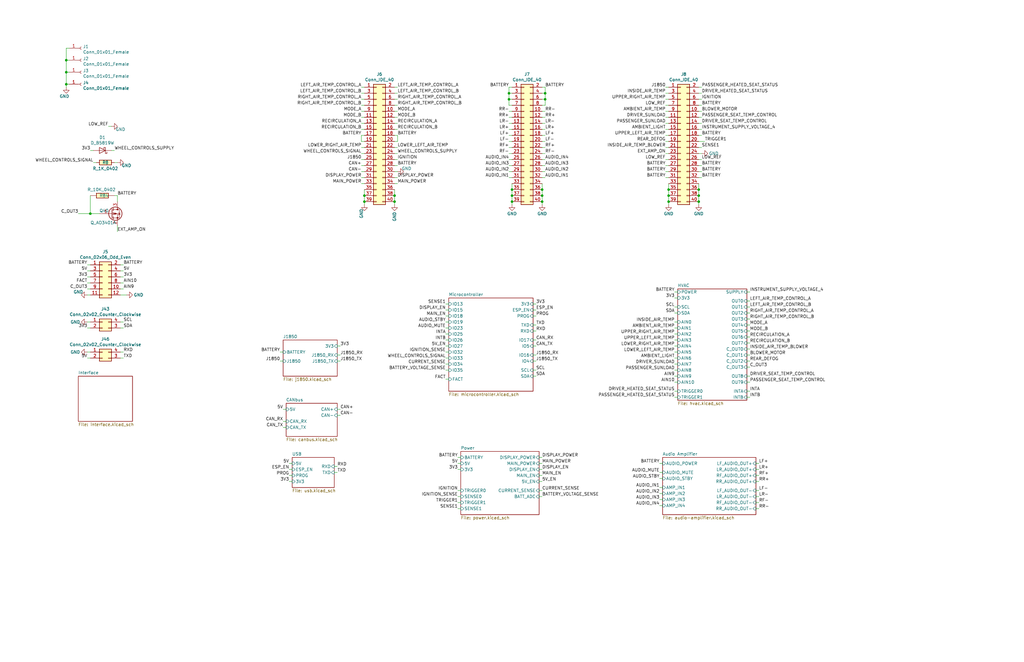
<source format=kicad_sch>
(kicad_sch (version 20211123) (generator eeschema)
  (paper "B")
  (lib_symbols
    (symbol "Connector:Conn_01x01_Female" (pin_names (offset 1.016) hide)
      (property "Reference" "J" (at 0 2.54 0))
      (property "Value" "Connector_Conn_01x01_Female" (at 0 -2.54 0))
      (symbol "Conn_01x01_Female_1_1"
        (pin passive line (at -5.08 0 0) (length 3.81) (name "Pin_1") (number "1"))
      )
    )
    (symbol "Connector_Generic:Conn_02x06_Odd_Even" (pin_names (offset 1.016) hide)
      (property "Reference" "J" (at 1.27 7.62 0))
      (property "Value" "Connector_Generic_Conn_02x06_Odd_Even" (at 1.27 -10.16 0))
      (symbol "Conn_02x06_Odd_Even_1_1"
        (pin passive line (at -5.08 5.08 0) (length 3.81) (name "Pin_1") (number "1"))
        (pin passive line (at 7.62 -5.08 180) (length 3.81) (name "Pin_10") (number "10"))
        (pin passive line (at -5.08 -7.62 0) (length 3.81) (name "Pin_11") (number "11"))
        (pin passive line (at 7.62 -7.62 180) (length 3.81) (name "Pin_12") (number "12"))
        (pin passive line (at 7.62 5.08 180) (length 3.81) (name "Pin_2") (number "2"))
        (pin passive line (at -5.08 2.54 0) (length 3.81) (name "Pin_3") (number "3"))
        (pin passive line (at 7.62 2.54 180) (length 3.81) (name "Pin_4") (number "4"))
        (pin passive line (at -5.08 0 0) (length 3.81) (name "Pin_5") (number "5"))
        (pin passive line (at 7.62 0 180) (length 3.81) (name "Pin_6") (number "6"))
        (pin passive line (at -5.08 -2.54 0) (length 3.81) (name "Pin_7") (number "7"))
        (pin passive line (at 7.62 -2.54 180) (length 3.81) (name "Pin_8") (number "8"))
        (pin passive line (at -5.08 -5.08 0) (length 3.81) (name "Pin_9") (number "9"))
      )
    )
    (symbol "Open_Automation:D_B5819W" (pin_numbers hide) (pin_names (offset 1.016) hide)
      (property "Reference" "D" (at 0 2.54 0))
      (property "Value" "Open_Automation_D_B5819W" (at 0 -2.54 0))
      (symbol "D_B5819W_1_1"
        (pin passive line (at -3.81 0 0) (length 2.54) (name "K") (number "1"))
        (pin passive line (at 3.81 0 180) (length 2.54) (name "A") (number "2"))
      )
    )
    (symbol "Open_Automation:Q_AO3401A" (pin_names (offset 0) hide)
      (property "Reference" "Q" (at 5.08 1.27 0))
      (property "Value" "Open_Automation_Q_AO3401A" (at 5.08 -1.27 0))
      (symbol "Q_AO3401A_1_1"
        (pin input line (at -5.08 0 0) (length 5.334) (name "G") (number "1"))
        (pin passive line (at 2.54 -5.08 90) (length 2.54) (name "S") (number "2"))
        (pin passive line (at 2.54 5.08 270) (length 2.54) (name "D") (number "3"))
      )
    )
    (symbol "Open_Automation:R_10K_0402" (pin_numbers hide) (pin_names (offset 0))
      (property "Reference" "R" (at 0 0 90))
      (property "Value" "Open_Automation_R_10K_0402" (at -1.905 0 90))
      (symbol "R_10K_0402_1_1"
        (pin passive line (at 0 -5.08 90) (length 2.54) (name "~") (number "1"))
        (pin passive line (at 0 5.08 270) (length 2.54) (name "~") (number "2"))
      )
    )
    (symbol "Open_Automation:R_1K_0402" (pin_numbers hide) (pin_names (offset 0))
      (property "Reference" "R" (at 0 0 90))
      (property "Value" "Open_Automation_R_1K_0402" (at -1.905 0 90))
      (symbol "R_1K_0402_1_1"
        (pin passive line (at 0 3.81 270) (length 1.27) (name "~") (number "1"))
        (pin passive line (at 0 -3.81 90) (length 1.27) (name "~") (number "2"))
      )
    )
    (symbol "open-dash-daughterboard-rescue:Conn_02x02_Counter_Clockwise-Connector_Generic" (pin_names (offset 1.016) hide)
      (property "Reference" "J" (at 1.27 2.54 0))
      (property "Value" "open-dash-daughterboard-rescue_Conn_02x02_Counter_Clockwise-Connector_Generic" (at 1.27 -5.08 0))
      (symbol "Conn_02x02_Counter_Clockwise-Connector_Generic_1_1"
        (pin passive line (at -5.08 0 0) (length 3.81) (name "Pin_1") (number "1"))
        (pin passive line (at -5.08 -2.54 0) (length 3.81) (name "Pin_2") (number "2"))
        (pin passive line (at 7.62 -2.54 180) (length 3.81) (name "Pin_3") (number "3"))
        (pin passive line (at 7.62 0 180) (length 3.81) (name "Pin_4") (number "4"))
      )
    )
    (symbol "open-dash-daughterboard-rescue:Conn_IDE_40-Open_Automation" (pin_names (offset 1.016) hide)
      (property "Reference" "J" (at 1.27 25.4 0))
      (property "Value" "open-dash-daughterboard-rescue_Conn_IDE_40-Open_Automation" (at 1.27 -27.94 0))
      (symbol "Conn_IDE_40-Open_Automation_1_1"
        (pin passive line (at -5.08 22.86 0) (length 3.81) (name "Pin_1") (number "1"))
        (pin passive line (at 7.62 12.7 180) (length 3.81) (name "Pin_10") (number "10"))
        (pin passive line (at -5.08 10.16 0) (length 3.81) (name "Pin_11") (number "11"))
        (pin passive line (at 7.62 10.16 180) (length 3.81) (name "Pin_12") (number "12"))
        (pin passive line (at -5.08 7.62 0) (length 3.81) (name "Pin_13") (number "13"))
        (pin passive line (at 7.62 7.62 180) (length 3.81) (name "Pin_14") (number "14"))
        (pin passive line (at -5.08 5.08 0) (length 3.81) (name "Pin_15") (number "15"))
        (pin passive line (at 7.62 5.08 180) (length 3.81) (name "Pin_16") (number "16"))
        (pin passive line (at -5.08 2.54 0) (length 3.81) (name "Pin_17") (number "17"))
        (pin passive line (at 7.62 2.54 180) (length 3.81) (name "Pin_18") (number "18"))
        (pin passive line (at -5.08 0 0) (length 3.81) (name "Pin_19") (number "19"))
        (pin passive line (at 7.62 22.86 180) (length 3.81) (name "Pin_2") (number "2"))
        (pin passive line (at 7.62 0 180) (length 3.81) (name "Pin_20") (number "20"))
        (pin passive line (at -5.08 -2.54 0) (length 3.81) (name "Pin_21") (number "21"))
        (pin passive line (at 7.62 -2.54 180) (length 3.81) (name "Pin_22") (number "22"))
        (pin passive line (at -5.08 -5.08 0) (length 3.81) (name "Pin_23") (number "23"))
        (pin passive line (at 7.62 -5.08 180) (length 3.81) (name "Pin_24") (number "24"))
        (pin passive line (at -5.08 -7.62 0) (length 3.81) (name "Pin_25") (number "25"))
        (pin passive line (at 7.62 -7.62 180) (length 3.81) (name "Pin_26") (number "26"))
        (pin passive line (at -5.08 -10.16 0) (length 3.81) (name "Pin_27") (number "27"))
        (pin passive line (at 7.62 -10.16 180) (length 3.81) (name "Pin_28") (number "28"))
        (pin passive line (at -5.08 -12.7 0) (length 3.81) (name "Pin_29") (number "29"))
        (pin passive line (at -5.08 20.32 0) (length 3.81) (name "Pin_3") (number "3"))
        (pin passive line (at 7.62 -12.7 180) (length 3.81) (name "Pin_30") (number "30"))
        (pin passive line (at -5.08 -15.24 0) (length 3.81) (name "Pin_31") (number "31"))
        (pin passive line (at 7.62 -15.24 180) (length 3.81) (name "Pin_32") (number "32"))
        (pin passive line (at -5.08 -17.78 0) (length 3.81) (name "Pin_33") (number "33"))
        (pin passive line (at 7.62 -17.78 180) (length 3.81) (name "Pin_34") (number "34"))
        (pin passive line (at -5.08 -20.32 0) (length 3.81) (name "Pin_35") (number "35"))
        (pin passive line (at 7.62 -20.32 180) (length 3.81) (name "Pin_36") (number "36"))
        (pin passive line (at -5.08 -22.86 0) (length 3.81) (name "Pin_37") (number "37"))
        (pin passive line (at 7.62 -22.86 180) (length 3.81) (name "Pin_38") (number "38"))
        (pin passive line (at -5.08 -25.4 0) (length 3.81) (name "Pin_39") (number "39"))
        (pin passive line (at 7.62 20.32 180) (length 3.81) (name "Pin_4") (number "4"))
        (pin passive line (at 7.62 -25.4 180) (length 3.81) (name "Pin_40") (number "40"))
        (pin passive line (at -5.08 17.78 0) (length 3.81) (name "Pin_5") (number "5"))
        (pin passive line (at 7.62 17.78 180) (length 3.81) (name "Pin_6") (number "6"))
        (pin passive line (at -5.08 15.24 0) (length 3.81) (name "Pin_7") (number "7"))
        (pin passive line (at 7.62 15.24 180) (length 3.81) (name "Pin_8") (number "8"))
        (pin passive line (at -5.08 12.7 0) (length 3.81) (name "Pin_9") (number "9"))
      )
    )
    (symbol "open-dash-daughterboard-rescue:GND-open-automation" (power) (pin_names (offset 0))
      (property "Value" "open-dash-daughterboard-rescue_GND-open-automation" (at 0 -3.81 0))
      (symbol "GND-open-automation_1_1"
        (pin power_in line (at 0 0 270) (length 0) hide (name "GND") (number "1"))
      )
    )
    (symbol "open-dash-daughterboard-rescue:GND-power" (power) (pin_names (offset 0))
      (property "Value" "open-dash-daughterboard-rescue_GND-power" (at 0 -3.81 0))
      (symbol "GND-power_1_1"
        (pin power_in line (at 0 0 270) (length 0) hide (name "GND") (number "1"))
      )
    )
    (symbol "power:GND" (power) (pin_names (offset 0))
      (property "Value" "power_GND" (at 0 -3.81 0))
      (symbol "GND_1_1"
        (pin power_in line (at 0 0 270) (length 0) hide (name "GND") (number "1"))
      )
    )
  )
  (junction (at 281.94 80.01))
  (junction (at 166.37 82.55))
  (junction (at 228.6 80.01))
  (junction (at 27.94 35.56))
  (junction (at 215.9 82.55))
  (junction (at 27.94 30.48))
  (junction (at 229.87 39.37))
  (junction (at 294.64 82.55))
  (junction (at 281.94 82.55))
  (junction (at 229.87 41.91))
  (junction (at 214.63 41.91))
  (junction (at 228.6 82.55))
  (junction (at 153.67 82.55))
  (junction (at 27.94 25.4))
  (junction (at 215.9 80.01))
  (junction (at 214.63 39.37))
  (junction (at 38.1 90.17))
  (junction (at 153.67 85.09))
  (junction (at 294.64 85.09))
  (junction (at 166.37 85.09))
  (junction (at 294.64 80.01))
  (junction (at 228.6 85.09))
  (junction (at 215.9 85.09))
  (junction (at 281.94 85.09))
  (wire (pts (xy 316.23 129.54) (xy 314.96 129.54)))
  (wire (pts (xy 120.65 180.34) (xy 119.38 180.34)))
  (wire (pts (xy 167.64 74.93) (xy 166.37 74.93)))
  (wire (pts (xy 187.96 130.81) (xy 189.23 130.81)))
  (wire (pts (xy 166.37 86.36) (xy 166.37 85.09)))
  (wire (pts (xy 281.94 85.09) (xy 281.94 82.55)))
  (wire (pts (xy 280.67 59.69) (xy 281.94 59.69)))
  (wire (pts (xy 285.75 138.43) (xy 284.48 138.43)))
  (wire (pts (xy 38.1 90.17) (xy 41.91 90.17)))
  (wire (pts (xy 52.07 151.13) (xy 50.8 151.13)))
  (wire (pts (xy 152.4 59.69) (xy 153.67 59.69)))
  (wire (pts (xy 152.4 74.93) (xy 153.67 74.93)))
  (wire (pts (xy 153.67 54.61) (xy 152.4 54.61)))
  (wire (pts (xy 38.1 124.46) (xy 36.83 124.46)))
  (wire (pts (xy 121.92 203.2) (xy 123.19 203.2)))
  (wire (pts (xy 167.64 36.83) (xy 166.37 36.83)))
  (wire (pts (xy 295.91 57.15) (xy 294.64 57.15)))
  (wire (pts (xy 153.67 85.09) (xy 153.67 86.36)))
  (wire (pts (xy 189.23 143.51) (xy 187.96 143.51)))
  (wire (pts (xy 214.63 41.91) (xy 214.63 39.37)))
  (wire (pts (xy 320.04 203.2) (xy 318.77 203.2)))
  (wire (pts (xy 280.67 62.23) (xy 281.94 62.23)))
  (wire (pts (xy 153.67 49.53) (xy 152.4 49.53)))
  (wire (pts (xy 215.9 41.91) (xy 214.63 41.91)))
  (wire (pts (xy 214.63 36.83) (xy 215.9 36.83)))
  (wire (pts (xy 167.64 59.69) (xy 167.64 57.15)))
  (wire (pts (xy 121.92 195.58) (xy 123.19 195.58)))
  (wire (pts (xy 285.75 158.75) (xy 284.48 158.75)))
  (wire (pts (xy 153.67 82.55) (xy 153.67 85.09)))
  (wire (pts (xy 224.79 146.05) (xy 226.06 146.05)))
  (wire (pts (xy 36.83 121.92) (xy 38.1 121.92)))
  (wire (pts (xy 52.07 119.38) (xy 50.8 119.38)))
  (wire (pts (xy 214.63 39.37) (xy 214.63 36.83)))
  (wire (pts (xy 214.63 74.93) (xy 215.9 74.93)))
  (wire (pts (xy 229.87 59.69) (xy 228.6 59.69)))
  (wire (pts (xy 281.94 85.09) (xy 281.94 86.36)))
  (wire (pts (xy 297.18 59.69) (xy 294.64 59.69)))
  (wire (pts (xy 167.64 62.23) (xy 166.37 62.23)))
  (wire (pts (xy 224.79 149.86) (xy 226.06 149.86)))
  (wire (pts (xy 166.37 44.45) (xy 167.64 44.45)))
  (wire (pts (xy 152.4 59.69) (xy 152.4 57.15)))
  (wire (pts (xy 316.23 161.29) (xy 314.96 161.29)))
  (wire (pts (xy 314.96 167.64) (xy 316.23 167.64)))
  (wire (pts (xy 295.91 46.99) (xy 294.64 46.99)))
  (wire (pts (xy 167.64 77.47) (xy 166.37 77.47)))
  (wire (pts (xy 50.8 121.92) (xy 52.07 121.92)))
  (wire (pts (xy 27.94 25.4) (xy 27.94 30.48)))
  (wire (pts (xy 229.87 49.53) (xy 228.6 49.53)))
  (wire (pts (xy 38.1 63.5) (xy 39.37 63.5)))
  (wire (pts (xy 36.83 138.43) (xy 38.1 138.43)))
  (wire (pts (xy 226.06 156.21) (xy 224.79 156.21)))
  (wire (pts (xy 294.64 85.09) (xy 294.64 86.36)))
  (wire (pts (xy 118.11 152.4) (xy 119.38 152.4)))
  (wire (pts (xy 280.67 72.39) (xy 281.94 72.39)))
  (wire (pts (xy 167.64 52.07) (xy 166.37 52.07)))
  (wire (pts (xy 194.31 209.55) (xy 193.04 209.55)))
  (wire (pts (xy 121.92 198.12) (xy 123.19 198.12)))
  (wire (pts (xy 214.63 62.23) (xy 215.9 62.23)))
  (wire (pts (xy 226.06 137.16) (xy 224.79 137.16)))
  (wire (pts (xy 187.96 128.27) (xy 189.23 128.27)))
  (wire (pts (xy 187.96 160.02) (xy 189.23 160.02)))
  (wire (pts (xy 316.23 139.7) (xy 314.96 139.7)))
  (wire (pts (xy 46.99 63.5) (xy 48.26 63.5)))
  (wire (pts (xy 142.24 196.85) (xy 140.97 196.85)))
  (wire (pts (xy 228.6 80.01) (xy 228.6 82.55)))
  (wire (pts (xy 193.04 212.09) (xy 194.31 212.09)))
  (wire (pts (xy 227.33 193.04) (xy 228.6 193.04)))
  (wire (pts (xy 318.77 195.58) (xy 320.04 195.58)))
  (wire (pts (xy 187.96 153.67) (xy 189.23 153.67)))
  (wire (pts (xy 295.91 74.93) (xy 294.64 74.93)))
  (wire (pts (xy 229.87 36.83) (xy 228.6 36.83)))
  (wire (pts (xy 295.91 44.45) (xy 294.64 44.45)))
  (wire (pts (xy 187.96 133.35) (xy 189.23 133.35)))
  (wire (pts (xy 166.37 49.53) (xy 167.64 49.53)))
  (wire (pts (xy 314.96 137.16) (xy 316.23 137.16)))
  (wire (pts (xy 50.8 148.59) (xy 52.07 148.59)))
  (wire (pts (xy 316.23 165.1) (xy 314.96 165.1)))
  (wire (pts (xy 280.67 46.99) (xy 281.94 46.99)))
  (wire (pts (xy 39.37 68.58) (xy 40.64 68.58)))
  (wire (pts (xy 36.83 151.13) (xy 38.1 151.13)))
  (wire (pts (xy 118.11 148.59) (xy 119.38 148.59)))
  (wire (pts (xy 36.83 111.76) (xy 38.1 111.76)))
  (wire (pts (xy 214.63 52.07) (xy 215.9 52.07)))
  (wire (pts (xy 284.48 161.29) (xy 285.75 161.29)))
  (wire (pts (xy 280.67 41.91) (xy 281.94 41.91)))
  (wire (pts (xy 214.63 67.31) (xy 215.9 67.31)))
  (wire (pts (xy 36.83 119.38) (xy 38.1 119.38)))
  (wire (pts (xy 280.67 57.15) (xy 281.94 57.15)))
  (wire (pts (xy 284.48 135.89) (xy 285.75 135.89)))
  (wire (pts (xy 229.87 41.91) (xy 229.87 39.37)))
  (wire (pts (xy 285.75 132.08) (xy 284.48 132.08)))
  (wire (pts (xy 295.91 62.23) (xy 294.64 62.23)))
  (wire (pts (xy 279.4 195.58) (xy 278.13 195.58)))
  (wire (pts (xy 214.63 44.45) (xy 215.9 44.45)))
  (wire (pts (xy 143.51 152.4) (xy 142.24 152.4)))
  (wire (pts (xy 152.4 57.15) (xy 153.67 57.15)))
  (wire (pts (xy 27.94 36.83) (xy 27.94 35.56)))
  (wire (pts (xy 285.75 125.73) (xy 284.48 125.73)))
  (wire (pts (xy 226.06 133.35) (xy 224.79 133.35)))
  (wire (pts (xy 228.6 195.58) (xy 227.33 195.58)))
  (wire (pts (xy 27.94 30.48) (xy 27.94 35.56)))
  (wire (pts (xy 316.23 144.78) (xy 314.96 144.78)))
  (wire (pts (xy 295.91 72.39) (xy 294.64 72.39)))
  (wire (pts (xy 27.94 20.32) (xy 27.94 25.4)))
  (wire (pts (xy 215.9 86.36) (xy 215.9 85.09)))
  (wire (pts (xy 48.26 82.55) (xy 49.53 82.55)))
  (wire (pts (xy 214.63 54.61) (xy 215.9 54.61)))
  (wire (pts (xy 229.87 52.07) (xy 228.6 52.07)))
  (wire (pts (xy 167.64 46.99) (xy 166.37 46.99)))
  (wire (pts (xy 314.96 158.75) (xy 316.23 158.75)))
  (wire (pts (xy 284.48 123.19) (xy 285.75 123.19)))
  (wire (pts (xy 295.91 49.53) (xy 294.64 49.53)))
  (wire (pts (xy 214.63 49.53) (xy 215.9 49.53)))
  (wire (pts (xy 294.64 41.91) (xy 295.91 41.91)))
  (wire (pts (xy 187.96 135.89) (xy 189.23 135.89)))
  (wire (pts (xy 189.23 148.59) (xy 187.96 148.59)))
  (wire (pts (xy 49.53 68.58) (xy 48.26 68.58)))
  (wire (pts (xy 278.13 205.74) (xy 279.4 205.74)))
  (wire (pts (xy 295.91 52.07) (xy 294.64 52.07)))
  (wire (pts (xy 187.96 151.13) (xy 189.23 151.13)))
  (wire (pts (xy 281.94 80.01) (xy 281.94 82.55)))
  (wire (pts (xy 224.79 139.7) (xy 226.06 139.7)))
  (wire (pts (xy 294.64 80.01) (xy 294.64 82.55)))
  (wire (pts (xy 119.38 172.72) (xy 120.65 172.72)))
  (wire (pts (xy 214.63 57.15) (xy 215.9 57.15)))
  (wire (pts (xy 229.87 62.23) (xy 228.6 62.23)))
  (wire (pts (xy 152.4 41.91) (xy 153.67 41.91)))
  (wire (pts (xy 152.4 67.31) (xy 153.67 67.31)))
  (wire (pts (xy 193.04 207.01) (xy 194.31 207.01)))
  (wire (pts (xy 314.96 152.4) (xy 316.23 152.4)))
  (wire (pts (xy 280.67 49.53) (xy 281.94 49.53)))
  (wire (pts (xy 29.21 20.32) (xy 27.94 20.32)))
  (wire (pts (xy 227.33 198.12) (xy 228.6 198.12)))
  (wire (pts (xy 280.67 54.61) (xy 281.94 54.61)))
  (wire (pts (xy 316.23 123.19) (xy 314.96 123.19)))
  (wire (pts (xy 36.83 148.59) (xy 38.1 148.59)))
  (wire (pts (xy 215.9 80.01) (xy 215.9 77.47)))
  (wire (pts (xy 214.63 39.37) (xy 215.9 39.37)))
  (wire (pts (xy 280.67 39.37) (xy 281.94 39.37)))
  (wire (pts (xy 285.75 153.67) (xy 284.48 153.67)))
  (wire (pts (xy 215.9 82.55) (xy 215.9 80.01)))
  (wire (pts (xy 153.67 80.01) (xy 153.67 82.55)))
  (wire (pts (xy 229.87 74.93) (xy 228.6 74.93)))
  (wire (pts (xy 295.91 67.31) (xy 294.64 67.31)))
  (wire (pts (xy 140.97 199.39) (xy 142.24 199.39)))
  (wire (pts (xy 50.8 116.84) (xy 52.07 116.84)))
  (wire (pts (xy 194.31 195.58) (xy 193.04 195.58)))
  (wire (pts (xy 278.13 213.36) (xy 279.4 213.36)))
  (wire (pts (xy 229.87 39.37) (xy 229.87 36.83)))
  (wire (pts (xy 294.64 77.47) (xy 294.64 80.01)))
  (wire (pts (xy 229.87 54.61) (xy 228.6 54.61)))
  (wire (pts (xy 284.48 151.13) (xy 285.75 151.13)))
  (wire (pts (xy 167.64 72.39) (xy 166.37 72.39)))
  (wire (pts (xy 226.06 130.81) (xy 224.79 130.81)))
  (wire (pts (xy 50.8 138.43) (xy 52.07 138.43)))
  (wire (pts (xy 229.87 67.31) (xy 228.6 67.31)))
  (wire (pts (xy 285.75 148.59) (xy 284.48 148.59)))
  (wire (pts (xy 295.91 69.85) (xy 294.64 69.85)))
  (wire (pts (xy 278.13 199.39) (xy 279.4 199.39)))
  (wire (pts (xy 295.91 64.77) (xy 294.64 64.77)))
  (wire (pts (xy 229.87 46.99) (xy 228.6 46.99)))
  (wire (pts (xy 152.4 52.07) (xy 153.67 52.07)))
  (wire (pts (xy 228.6 41.91) (xy 229.87 41.91)))
  (wire (pts (xy 280.67 52.07) (xy 281.94 52.07)))
  (wire (pts (xy 227.33 200.66) (xy 228.6 200.66)))
  (wire (pts (xy 295.91 36.83) (xy 294.64 36.83)))
  (wire (pts (xy 229.87 39.37) (xy 228.6 39.37)))
  (wire (pts (xy 121.92 200.66) (xy 123.19 200.66)))
  (wire (pts (xy 278.13 210.82) (xy 279.4 210.82)))
  (wire (pts (xy 52.07 114.3) (xy 50.8 114.3)))
  (wire (pts (xy 280.67 74.93) (xy 281.94 74.93)))
  (wire (pts (xy 29.21 30.48) (xy 27.94 30.48)))
  (wire (pts (xy 52.07 135.89) (xy 50.8 135.89)))
  (wire (pts (xy 166.37 85.09) (xy 166.37 82.55)))
  (wire (pts (xy 214.63 72.39) (xy 215.9 72.39)))
  (wire (pts (xy 229.87 64.77) (xy 228.6 64.77)))
  (wire (pts (xy 33.02 90.17) (xy 38.1 90.17)))
  (wire (pts (xy 38.1 116.84) (xy 36.83 116.84)))
  (wire (pts (xy 153.67 72.39) (xy 152.4 72.39)))
  (wire (pts (xy 152.4 46.99) (xy 153.67 46.99)))
  (wire (pts (xy 227.33 203.2) (xy 228.6 203.2)))
  (wire (pts (xy 119.38 177.8) (xy 120.65 177.8)))
  (wire (pts (xy 194.31 193.04) (xy 193.04 193.04)))
  (wire (pts (xy 314.96 142.24) (xy 316.23 142.24)))
  (wire (pts (xy 187.96 146.05) (xy 189.23 146.05)))
  (wire (pts (xy 280.67 67.31) (xy 281.94 67.31)))
  (wire (pts (xy 153.67 44.45) (xy 152.4 44.45)))
  (wire (pts (xy 284.48 156.21) (xy 285.75 156.21)))
  (wire (pts (xy 314.96 132.08) (xy 316.23 132.08)))
  (wire (pts (xy 228.6 82.55) (xy 228.6 85.09)))
  (wire (pts (xy 36.83 114.3) (xy 38.1 114.3)))
  (wire (pts (xy 166.37 54.61) (xy 167.64 54.61)))
  (wire (pts (xy 226.06 152.4) (xy 224.79 152.4)))
  (wire (pts (xy 320.04 198.12) (xy 318.77 198.12)))
  (wire (pts (xy 194.31 198.12) (xy 193.04 198.12)))
  (wire (pts (xy 214.63 59.69) (xy 215.9 59.69)))
  (wire (pts (xy 314.96 127) (xy 316.23 127)))
  (wire (pts (xy 224.79 158.75) (xy 226.06 158.75)))
  (wire (pts (xy 214.63 41.91) (xy 214.63 44.45)))
  (wire (pts (xy 295.91 39.37) (xy 294.64 39.37)))
  (wire (pts (xy 153.67 69.85) (xy 152.4 69.85)))
  (wire (pts (xy 278.13 201.93) (xy 279.4 201.93)))
  (wire (pts (xy 284.48 129.54) (xy 285.75 129.54)))
  (wire (pts (xy 226.06 143.51) (xy 224.79 143.51)))
  (wire (pts (xy 143.51 172.72) (xy 142.24 172.72)))
  (wire (pts (xy 152.4 36.83) (xy 153.67 36.83)))
  (wire (pts (xy 284.48 146.05) (xy 285.75 146.05)))
  (wire (pts (xy 280.67 64.77) (xy 281.94 64.77)))
  (wire (pts (xy 318.77 200.66) (xy 320.04 200.66)))
  (wire (pts (xy 214.63 64.77) (xy 215.9 64.77)))
  (wire (pts (xy 52.07 111.76) (xy 50.8 111.76)))
  (wire (pts (xy 285.75 165.1) (xy 284.48 165.1)))
  (wire (pts (xy 187.96 156.21) (xy 189.23 156.21)))
  (wire (pts (xy 285.75 143.51) (xy 284.48 143.51)))
  (wire (pts (xy 280.67 36.83) (xy 281.94 36.83)))
  (wire (pts (xy 36.83 135.89) (xy 38.1 135.89)))
  (wire (pts (xy 189.23 138.43) (xy 187.96 138.43)))
  (wire (pts (xy 53.34 124.46) (xy 50.8 124.46)))
  (wire (pts (xy 194.31 214.63) (xy 193.04 214.63)))
  (wire (pts (xy 153.67 62.23) (xy 152.4 62.23)))
  (wire (pts (xy 187.96 140.97) (xy 189.23 140.97)))
  (wire (pts (xy 229.87 69.85) (xy 228.6 69.85)))
  (wire (pts (xy 49.53 82.55) (xy 49.53 85.09)))
  (wire (pts (xy 214.63 69.85) (xy 215.9 69.85)))
  (wire (pts (xy 280.67 69.85) (xy 281.94 69.85)))
  (wire (pts (xy 228.6 44.45) (xy 229.87 44.45)))
  (wire (pts (xy 228.6 207.01) (xy 227.33 207.01)))
  (wire (pts (xy 278.13 208.28) (xy 279.4 208.28)))
  (wire (pts (xy 167.64 41.91) (xy 166.37 41.91)))
  (wire (pts (xy 229.87 57.15) (xy 228.6 57.15)))
  (wire (pts (xy 228.6 209.55) (xy 227.33 209.55)))
  (wire (pts (xy 27.94 35.56) (xy 29.21 35.56)))
  (wire (pts (xy 316.23 149.86) (xy 314.96 149.86)))
  (wire (pts (xy 152.4 77.47) (xy 153.67 77.47)))
  (wire (pts (xy 142.24 175.26) (xy 143.51 175.26)))
  (wire (pts (xy 29.21 25.4) (xy 27.94 25.4)))
  (wire (pts (xy 167.64 59.69) (xy 166.37 59.69)))
  (wire (pts (xy 229.87 72.39) (xy 228.6 72.39)))
  (wire (pts (xy 295.91 54.61) (xy 294.64 54.61)))
  (wire (pts (xy 320.04 214.63) (xy 318.77 214.63)))
  (wire (pts (xy 280.67 44.45) (xy 281.94 44.45)))
  (wire (pts (xy 49.53 95.25) (xy 49.53 97.79)))
  (wire (pts (xy 316.23 134.62) (xy 314.96 134.62)))
  (wire (pts (xy 228.6 77.47) (xy 228.6 80.01)))
  (wire (pts (xy 166.37 80.01) (xy 166.37 82.55)))
  (wire (pts (xy 318.77 212.09) (xy 320.04 212.09)))
  (wire (pts (xy 142.24 149.86) (xy 143.51 149.86)))
  (wire (pts (xy 167.64 57.15) (xy 166.37 57.15)))
  (wire (pts (xy 215.9 82.55) (xy 215.9 85.09)))
  (wire (pts (xy 167.64 67.31) (xy 166.37 67.31)))
  (wire (pts (xy 226.06 128.27) (xy 224.79 128.27)))
  (wire (pts (xy 152.4 64.77) (xy 153.67 64.77)))
  (wire (pts (xy 294.64 85.09) (xy 294.64 82.55)))
  (wire (pts (xy 228.6 85.09) (xy 228.6 86.36)))
  (wire (pts (xy 318.77 207.01) (xy 320.04 207.01)))
  (wire (pts (xy 314.96 147.32) (xy 316.23 147.32)))
  (wire (pts (xy 320.04 209.55) (xy 318.77 209.55)))
  (wire (pts (xy 214.63 46.99) (xy 215.9 46.99)))
  (wire (pts (xy 153.67 39.37) (xy 152.4 39.37)))
  (wire (pts (xy 166.37 69.85) (xy 167.64 69.85)))
  (wire (pts (xy 316.23 154.94) (xy 314.96 154.94)))
  (wire (pts (xy 284.48 140.97) (xy 285.75 140.97)))
  (wire (pts (xy 281.94 77.47) (xy 281.94 80.01)))
  (wire (pts (xy 46.99 53.34) (xy 45.72 53.34)))
  (wire (pts (xy 229.87 44.45) (xy 229.87 41.91)))
  (wire (pts (xy 143.51 146.05) (xy 142.24 146.05)))
  (wire (pts (xy 167.64 64.77) (xy 166.37 64.77)))
  (wire (pts (xy 166.37 39.37) (xy 167.64 39.37)))
  (wire (pts (xy 38.1 82.55) (xy 38.1 90.17)))
  (wire (pts (xy 284.48 167.64) (xy 285.75 167.64)))
  (label "LR-" (at 214.63 52.07 180))
  (label "LR+" (at 214.63 54.61 180))
  (label "C_OUT3" (at 316.23 154.94 0))
  (label "LR+" (at 229.87 54.61 0))
  (label "BATTERY" (at 295.91 74.93 0))
  (label "SCL" (at 284.48 129.54 180))
  (label "AUDIO_IN1" (at 278.13 205.74 180))
  (label "PASSENGER_SEAT_TEMP_CONTROL" (at 316.23 161.29 0))
  (label "RECIRCULATION_A" (at 152.4 52.07 180))
  (label "INTA" (at 187.96 140.97 180))
  (label "AMBIENT_LIGHT" (at 284.48 151.13 180))
  (label "RF+" (at 214.63 62.23 180))
  (label "RECIRCULATION_B" (at 167.64 54.61 0))
  (label "PASSENGER_HEATED_SEAT_STATUS" (at 284.48 167.64 180))
  (label "LOWER_RIGHT_AIR_TEMP" (at 152.4 62.23 180))
  (label "BATTERY" (at 52.07 111.76 0))
  (label "RF-" (at 320.04 212.09 0))
  (label "WHEEL_CONTROLS_SIGNAL" (at 152.4 64.77 180))
  (label "MAIN_EN" (at 228.6 200.66 0))
  (label "MAIN_POWER" (at 228.6 195.58 0))
  (label "RXD" (at 226.06 139.7 0))
  (label "LEFT_AIR_TEMP_CONTROL_B" (at 152.4 39.37 180))
  (label "AUDIO_IN2" (at 278.13 208.28 180))
  (label "5V" (at 36.83 151.13 180))
  (label "LOWER_LEFT_AIR_TEMP" (at 167.64 62.23 0))
  (label "UPPER_LEFT_AIR_TEMP" (at 284.48 143.51 180))
  (label "IGNITION" (at 193.04 207.01 180))
  (label "MODE_A" (at 152.4 46.99 180))
  (label "3V3" (at 38.1 63.5 180))
  (label "AUDIO_MUTE" (at 278.13 199.39 180))
  (label "LF-" (at 229.87 59.69 0))
  (label "DRIVER_SEAT_TEMP_CONTROL" (at 316.23 158.75 0))
  (label "CAN+" (at 143.51 172.72 0))
  (label "PASSENGER_SEAT_TEMP_CONTROL" (at 295.91 49.53 0))
  (label "BATTERY" (at 167.64 57.15 0))
  (label "MAIN_POWER" (at 152.4 77.47 180))
  (label "INSIDE_AIR_TEMP" (at 280.67 39.37 180))
  (label "AUDIO_IN3" (at 278.13 210.82 180))
  (label "5V_EN" (at 187.96 146.05 180))
  (label "SENSE1" (at 187.96 128.27 180))
  (label "DRIVER_HEATED_SEAT_STATUS" (at 295.91 39.37 0))
  (label "PASSENGER_HEATED_SEAT_STATUS" (at 295.91 36.83 0))
  (label "PASSENGER_SUNLOAD" (at 284.48 156.21 180))
  (label "REAR_DEFOG" (at 280.67 59.69 180))
  (label "WHEEL_CONTROLS_SIGNAL" (at 187.96 151.13 180))
  (label "EXT_AMP_ON" (at 49.53 97.79 0))
  (label "AUDIO_STBY" (at 278.13 201.93 180))
  (label "DRIVER_HEATED_SEAT_STATUS" (at 284.48 165.1 180))
  (label "CAN_RX" (at 119.38 177.8 180))
  (label "C_OUT3" (at 33.02 90.17 180))
  (label "J1850_TX" (at 143.51 152.4 0))
  (label "AUDIO_IN2" (at 229.87 72.39 0))
  (label "BATTERY" (at 295.91 69.85 0))
  (label "CURRENT_SENSE" (at 228.6 207.01 0))
  (label "FACT" (at 36.83 119.38 180))
  (label "CAN_RX" (at 226.06 143.51 0))
  (label "LF+" (at 320.04 195.58 0))
  (label "AUDIO_IN1" (at 229.87 74.93 0))
  (label "LOW_REF" (at 280.67 44.45 180))
  (label "TXD" (at 52.07 151.13 0))
  (label "LF+" (at 214.63 57.15 180))
  (label "AMBIENT_AIR_TEMP" (at 284.48 138.43 180))
  (label "BATTERY" (at 295.91 44.45 0))
  (label "BATTERY" (at 278.13 195.58 180))
  (label "BATTERY" (at 229.87 36.83 0))
  (label "CAN-" (at 143.51 175.26 0))
  (label "RR-" (at 229.87 46.99 0))
  (label "BLOWER_MOTOR" (at 316.23 149.86 0))
  (label "WHEEL_CONTROLS_SIGNAL" (at 39.37 68.58 180))
  (label "IGNITION_SENSE" (at 187.96 148.59 180))
  (label "5V" (at 193.04 195.58 180))
  (label "J1850_RX" (at 143.51 149.86 0))
  (label "BATTERY" (at 295.91 57.15 0))
  (label "C_OUT3" (at 36.83 121.92 180))
  (label "RIGHT_AIR_TEMP_CONTROL_B" (at 167.64 44.45 0))
  (label "IGNITION" (at 295.91 41.91 0))
  (label "DISPLAY_POWER" (at 152.4 74.93 180))
  (label "CAN-" (at 152.4 72.39 180))
  (label "RR+" (at 320.04 203.2 0))
  (label "J1850_RX" (at 226.06 149.86 0))
  (label "DRIVER_SUNLOAD" (at 284.48 153.67 180))
  (label "AUDIO_IN2" (at 214.63 72.39 180))
  (label "LOW_REF" (at 45.72 53.34 180))
  (label "SCL" (at 52.07 135.89 0))
  (label "RXD" (at 52.07 148.59 0))
  (label "BATTERY" (at 36.83 111.76 180))
  (label "3V3" (at 284.48 125.73 180))
  (label "DISPLAY_EN" (at 228.6 198.12 0))
  (label "AUDIO_IN4" (at 229.87 67.31 0))
  (label "3V3" (at 36.83 116.84 180))
  (label "ESP_EN" (at 121.92 198.12 180))
  (label "IGNITION" (at 167.64 67.31 0))
  (label "LOW_REF" (at 280.67 67.31 180))
  (label "INTA" (at 316.23 165.1 0))
  (label "CAN_TX" (at 226.06 146.05 0))
  (label "BATTERY" (at 49.53 82.55 0))
  (label "5V" (at 36.83 114.3 180))
  (label "REAR_DEFOG" (at 316.23 152.4 0))
  (label "TRIGGER1" (at 193.04 212.09 180))
  (label "TXD" (at 226.06 137.16 0))
  (label "SDA" (at 52.07 138.43 0))
  (label "MODE_B" (at 316.23 139.7 0))
  (label "BATTERY" (at 152.4 57.15 180))
  (label "CAN_TX" (at 119.38 180.34 180))
  (label "LR-" (at 320.04 209.55 0))
  (label "INTB" (at 187.96 143.51 180))
  (label "LEFT_AIR_TEMP_CONTROL_A" (at 167.64 36.83 0))
  (label "AUDIO_IN3" (at 214.63 69.85 180))
  (label "BATTERY" (at 167.64 69.85 0))
  (label "UPPER_LEFT_AIR_TEMP" (at 280.67 57.15 180))
  (label "MODE_A" (at 316.23 137.16 0))
  (label "EXT_AMP_ON" (at 280.67 64.77 180))
  (label "5V" (at 121.92 195.58 180))
  (label "INSIDE_AIR_TEMP_BLOWER" (at 316.23 147.32 0))
  (label "5V" (at 119.38 172.72 180))
  (label "TRIGGER1" (at 297.18 59.69 0))
  (label "AUDIO_IN4" (at 278.13 213.36 180))
  (label "PROG" (at 226.06 133.35 0))
  (label "LF-" (at 320.04 207.01 0))
  (label "LF+" (at 229.87 57.15 0))
  (label "UPPER_RIGHT_AIR_TEMP" (at 280.67 41.91 180))
  (label "5V" (at 52.07 114.3 0))
  (label "LEFT_AIR_TEMP_CONTROL_B" (at 167.64 39.37 0))
  (label "RR-" (at 320.04 214.63 0))
  (label "INTB" (at 316.23 167.64 0))
  (label "ESP_EN" (at 226.06 130.81 0))
  (label "PASSENGER_SUNLOAD" (at 280.67 52.07 180))
  (label "3V3" (at 36.83 138.43 180))
  (label "RR+" (at 214.63 49.53 180))
  (label "J1850" (at 118.11 152.4 180))
  (label "SENSE1" (at 295.91 62.23 0))
  (label "WHEEL_CONTROLS_SUPPLY" (at 48.26 63.5 0))
  (label "J1850" (at 152.4 67.31 180))
  (label "RF+" (at 320.04 200.66 0))
  (label "CURRENT_SENSE" (at 187.96 153.67 180))
  (label "RECIRCULATION_B" (at 152.4 54.61 180))
  (label "SCL" (at 226.06 156.21 0))
  (label "RIGHT_AIR_TEMP_CONTROL_A" (at 167.64 41.91 0))
  (label "SDA" (at 226.06 158.75 0))
  (label "LEFT_AIR_TEMP_CONTROL_A" (at 152.4 36.83 180))
  (label "LOWER_LEFT_AIR_TEMP" (at 284.48 148.59 180))
  (label "MODE_A" (at 167.64 46.99 0))
  (label "AIN10" (at 284.48 161.29 180))
  (label "AIN9" (at 284.48 158.75 180))
  (label "BATTERY" (at 193.04 193.04 180))
  (label "AMBIENT_LIGHT" (at 280.67 54.61 180))
  (label "BATTERY" (at 284.48 123.19 180))
  (label "J1850_TX" (at 226.06 152.4 0))
  (label "RIGHT_AIR_TEMP_CONTROL_B" (at 316.23 134.62 0))
  (label "RR-" (at 214.63 46.99 180))
  (label "DISPLAY_EN" (at 187.96 130.81 180))
  (label "RF+" (at 229.87 62.23 0))
  (label "LR-" (at 229.87 52.07 0))
  (label "CAN+" (at 152.4 69.85 180))
  (label "DISPLAY_POWER" (at 167.64 74.93 0))
  (label "SDA" (at 284.48 132.08 180))
  (label "WHEEL_CONTROLS_SUPPLY" (at 167.64 64.77 0))
  (label "RR+" (at 229.87 49.53 0))
  (label "BATTERY" (at 280.67 74.93 180))
  (label "AIN9" (at 52.07 121.92 0))
  (label "SENSE1" (at 193.04 214.63 180))
  (label "AMBIENT_AIR_TEMP" (at 280.67 46.99 180))
  (label "RECIRCULATION_B" (at 316.23 144.78 0))
  (label "RF-" (at 214.63 64.77 180))
  (label "MAIN_POWER" (at 167.64 77.47 0))
  (label "BATTERY_VOLTAGE_SENSE" (at 187.96 156.21 180))
  (label "LEFT_AIR_TEMP_CONTROL_B" (at 316.23 129.54 0))
  (label "3V3" (at 52.07 116.84 0))
  (label "INSTRUMENT_SUPPLY_VOLTAGE_4" (at 295.91 54.61 0))
  (label "INSIDE_AIR_TEMP" (at 284.48 135.89 180))
  (label "5V_EN" (at 228.6 203.2 0))
  (label "IGNITION_SENSE" (at 193.04 209.55 180))
  (label "3V3" (at 226.06 128.27 0))
  (label "J1850" (at 280.67 36.83 180))
  (label "LOW_REF" (at 295.91 67.31 0))
  (label "PROG" (at 121.92 200.66 180))
  (label "INSIDE_AIR_TEMP_BLOWER" (at 280.67 62.23 180))
  (label "TXD" (at 142.24 199.39 0))
  (label "AUDIO_MUTE" (at 187.96 138.43 180))
  (label "AUDIO_IN3" (at 229.87 69.85 0))
  (label "MODE_B" (at 167.64 49.53 0))
  (label "MODE_B" (at 152.4 49.53 180))
  (label "DRIVER_SUNLOAD" (at 280.67 49.53 180))
  (label "BLOWER_MOTOR" (at 295.91 46.99 0))
  (label "FACT" (at 187.96 160.02 180))
  (label "MAIN_EN" (at 187.96 133.35 180))
  (label "DISPLAY_POWER" (at 228.6 193.04 0))
  (label "BATTERY_VOLTAGE_SENSE" (at 228.6 209.55 0))
  (label "BATTERY" (at 295.91 72.39 0))
  (label "3V3" (at 143.51 146.05 0))
  (label "AUDIO_IN4" (at 214.63 67.31 180))
  (label "LEFT_AIR_TEMP_CONTROL_A" (at 316.23 127 0))
  (label "LOWER_RIGHT_AIR_TEMP" (at 284.48 146.05 180))
  (label "BATTERY" (at 280.67 72.39 180))
  (label "UPPER_RIGHT_AIR_TEMP" (at 284.48 140.97 180))
  (label "LF-" (at 214.63 59.69 180))
  (label "RIGHT_AIR_TEMP_CONTROL_A" (at 316.23 132.08 0))
  (label "RIGHT_AIR_TEMP_CONTROL_A" (at 152.4 41.91 180))
  (label "BATTERY" (at 280.67 69.85 180))
  (label "RXD" (at 142.24 196.85 0))
  (label "BATTERY" (at 214.63 36.83 180))
  (label "LR+" (at 320.04 198.12 0))
  (label "BATTERY" (at 118.11 148.59 180))
  (label "INSTRUMENT_SUPPLY_VOLTAGE_4" (at 316.23 123.19 0))
  (label "AUDIO_IN1" (at 214.63 74.93 180))
  (label "AUDIO_STBY" (at 187.96 135.89 180))
  (label "RECIRCULATION_A" (at 316.23 142.24 0))
  (label "DRIVER_SEAT_TEMP_CONTROL" (at 295.91 52.07 0))
  (label "RECIRCULATION_A" (at 167.64 52.07 0))
  (label "RF-" (at 229.87 64.77 0))
  (label "AIN10" (at 52.07 119.38 0))
  (label "3V3" (at 193.04 198.12 180))
  (label "RIGHT_AIR_TEMP_CONTROL_B" (at 152.4 44.45 180))
  (label "3V3" (at 121.92 203.2 180))
  (symbol (lib_id "open-dash-daughterboard-rescue:GND-power") (at 53.34 124.46 90)
    (property "Reference" "#PWR02" (effects hide))
    (property "Value" "GND" (at 58.42 124.46 90))
  )
  (symbol (lib_id "open-dash-daughterboard-rescue:GND-power") (at 36.83 124.46 270)
    (property "Reference" "#PWR03" (effects hide))
    (property "Value" "GND" (at 33.02 123.19 90))
  )
  (symbol (lib_id "open-dash-daughterboard-rescue:GND-power") (at 46.99 53.34 90)
    (property "Reference" "#PWR04" (effects hide))
    (property "Value" "GND" (at 50.8 54.61 90))
  )
  (symbol (lib_id "Open_Automation:R_1K_0402") (at 44.45 68.58 270) (unit 1)
    (property "Reference" "R8" (at 44.45 68.58 90))
    (property "Value" "R_1K_0402" (at 44.45 71.12 90))
    (property "Footprint" "Resistor_SMD:R_0402_1005Metric_Pad0.72x0.64mm_HandSolder" (effects hide))
    (property "Datasheet" "https://www.digikey.com/product-detail/en/panasonic-electronic-components/ERJ-3GEYJ102V/P1.0KGDKR-ND/577615" (effects hide))
    (property "Part Number" "0402WGF1001TCE" (effects hide))
    (property "LCSC" "C11702" (effects hide))
  )
  (symbol (lib_id "open-dash-daughterboard-rescue:GND-power") (at 49.53 68.58 90)
    (property "Reference" "#PWR0149" (effects hide))
    (property "Value" "GND" (at 53.34 69.85 90))
  )
  (symbol (lib_id "Open_Automation:Q_AO3401A") (at 46.99 90.17 0)
    (property "Reference" "Q40" (at 41.91 88.9 0) (effects (justify left)))
    (property "Value" "Q_AO3401A" (at 38.1 93.98 0) (effects (justify left)))
    (property "Footprint" "Package_TO_SOT_SMD:SOT-23" (effects hide))
    (property "Datasheet" "https://datasheet.lcsc.com/lcsc/1810171817_Alpha-&-Omega-Semicon-AO3401A_C15127.pdf" (effects hide))
    (property "Part Number" "AO3401A" (effects hide))
    (property "LCSC" "C15127" (effects hide))
  )
  (symbol (lib_id "Open_Automation:R_10K_0402") (at 43.18 82.55 270)
    (property "Reference" "R84" (at 41.91 82.55 90) (effects (justify left)))
    (property "Value" "R_10K_0402" (at 36.83 80.01 90) (effects (justify left)))
    (property "Footprint" "Resistor_SMD:R_0402_1005Metric_Pad0.72x0.64mm_HandSolder" (effects hide))
    (property "Datasheet" "https://datasheet.lcsc.com/szlcsc/Uniroyal-Elec-0402WGF1002TCE_C25744.pdf" (effects hide))
    (property "Part Number" "0402WGF1002TCE" (effects hide))
    (property "LCSC" "C25744" (effects hide))
  )
  (symbol (lib_id "open-dash-daughterboard-rescue:GND-open-automation") (at 167.64 72.39 90)
    (property "Reference" "#PWR0158" (effects hide))
    (property "Value" "GND" (at 171.45 71.12 90))
  )
  (symbol (lib_id "Open_Automation:D_B5819W") (at 43.18 63.5 180) (unit 1)
    (property "Reference" "D1" (at 43.18 58.0136 0))
    (property "Value" "D_B5819W" (at 43.18 60.325 0))
    (property "Footprint" "Diode_SMD:D_SOD-123" (effects hide))
    (property "Datasheet" "https://datasheet.lcsc.com/lcsc/1809140216_Changjiang-Electronics-Tech--CJ-B5819W-SL_C8598.pdf" (effects hide))
    (property "Part Number" "B5819W SL" (effects hide))
    (property "LCSC" "C8598" (effects hide))
  )
  (symbol (lib_id "open-dash-daughterboard-rescue:Conn_02x02_Counter_Clockwise-Connector_Generic") (at 43.18 135.89 0)
    (property "Reference" "J43" (at 44.45 130.3782 0))
    (property "Value" "Conn_02x02_Counter_Clockwise" (at 44.45 132.6896 0))
    (property "Footprint" "Connector_PinHeader_2.54mm:PinHeader_2x02_P2.54mm_Vertical_SMD" (effects hide))
  )
  (symbol (lib_id "open-dash-daughterboard-rescue:GND-power") (at 36.83 135.89 270)
    (property "Reference" "#PWR0159" (effects hide))
    (property "Value" "GND" (at 31.75 135.89 90))
  )
  (symbol (lib_id "Connector_Generic:Conn_02x06_Odd_Even") (at 43.18 116.84 0) (unit 1)
    (property "Reference" "J5" (at 44.45 106.2482 0))
    (property "Value" "Conn_02x06_Odd_Even" (at 44.45 108.5596 0))
    (property "Footprint" "Connector_PinHeader_2.54mm:PinHeader_2x06_P2.54mm_Vertical_SMD" (effects hide))
  )
  (symbol (lib_id "open-dash-daughterboard-rescue:Conn_02x02_Counter_Clockwise-Connector_Generic") (at 43.18 148.59 0)
    (property "Reference" "J46" (at 44.45 143.0782 0))
    (property "Value" "Conn_02x02_Counter_Clockwise" (at 44.45 145.3896 0))
    (property "Footprint" "Connector_PinHeader_2.54mm:PinHeader_2x02_P2.54mm_Vertical_SMD" (effects hide))
  )
  (symbol (lib_id "open-dash-daughterboard-rescue:GND-power") (at 36.83 148.59 270)
    (property "Reference" "#PWR0177" (effects hide))
    (property "Value" "GND" (at 31.75 148.59 90))
  )
  (symbol (lib_id "Connector:Conn_01x01_Female") (at 34.29 20.32 0) (unit 1)
    (property "Reference" "J1" (at 35.0012 19.6596 0) (effects (justify left)))
    (property "Value" "Conn_01x01_Female" (at 35.0012 21.971 0) (effects (justify left)))
    (property "Footprint" "Open_Automation:Mount_Hole" (effects hide))
  )
  (symbol (lib_id "Connector:Conn_01x01_Female") (at 34.29 25.4 0) (unit 1)
    (property "Reference" "J2" (at 35.0012 24.7396 0) (effects (justify left)))
    (property "Value" "Conn_01x01_Female" (at 35.0012 27.051 0) (effects (justify left)))
    (property "Footprint" "Open_Automation:Mount_Hole" (effects hide))
  )
  (symbol (lib_id "Connector:Conn_01x01_Female") (at 34.29 30.48 0) (unit 1)
    (property "Reference" "J3" (at 35.0012 29.8196 0) (effects (justify left)))
    (property "Value" "Conn_01x01_Female" (at 35.0012 32.131 0) (effects (justify left)))
    (property "Footprint" "Open_Automation:Mount_Hole" (effects hide))
  )
  (symbol (lib_id "Connector:Conn_01x01_Female") (at 34.29 35.56 0) (unit 1)
    (property "Reference" "J4" (at 35.0012 34.8996 0) (effects (justify left)))
    (property "Value" "Conn_01x01_Female" (at 35.0012 37.211 0) (effects (justify left)))
    (property "Footprint" "Open_Automation:Mount_Hole" (effects hide))
  )
  (symbol (lib_id "power:GND") (at 27.94 36.83 0)
    (property "Reference" "#PWR01" (effects hide))
    (property "Value" "GND" (at 29.21 40.64 0) (effects (justify right)))
  )
  (symbol (lib_id "open-dash-daughterboard-rescue:GND-power") (at 228.6 86.36 0)
    (property "Reference" "#PWR014" (effects hide))
    (property "Value" "GND" (at 228.6 90.17 0))
  )
  (symbol (lib_id "open-dash-daughterboard-rescue:GND-power") (at 281.94 86.36 0)
    (property "Reference" "#PWR019" (effects hide))
    (property "Value" "GND" (at 281.94 90.17 0))
  )
  (symbol (lib_id "open-dash-daughterboard-rescue:GND-power") (at 294.64 86.36 0)
    (property "Reference" "#PWR024" (effects hide))
    (property "Value" "GND" (at 294.64 90.17 0))
  )
  (symbol (lib_id "open-dash-daughterboard-rescue:GND-open-automation") (at 153.67 86.36 0)
    (property "Reference" "#PWR07" (effects hide))
    (property "Value" "GND" (at 152.4 90.17 90))
  )
  (symbol (lib_id "open-dash-daughterboard-rescue:GND-open-automation") (at 166.37 86.36 0)
    (property "Reference" "#PWR010" (effects hide))
    (property "Value" "GND" (at 166.37 91.44 90))
  )
  (symbol (lib_id "open-dash-daughterboard-rescue:GND-open-automation") (at 215.9 86.36 0)
    (property "Reference" "#PWR012" (effects hide))
    (property "Value" "GND" (at 215.9 90.17 0))
  )
  (symbol (lib_id "open-dash-daughterboard-rescue:GND-power") (at 295.91 64.77 90)
    (property "Reference" "#PWR020" (effects hide))
    (property "Value" "GND" (at 300.99 64.77 90))
  )
  (symbol (lib_id "open-dash-daughterboard-rescue:Conn_IDE_40-Open_Automation") (at 158.75 59.69 0) (unit 1)
    (property "Reference" "J6" (at 160.02 31.3182 0))
    (property "Value" "Conn_IDE_40" (at 160.02 33.6296 0))
    (property "Footprint" "Connector_IDC:IDC-Header_2x20_P2.54mm_Vertical" (effects hide))
    (property "Datasheet" "https://s3.amazonaws.com/catalogspreads-pdf/PAGE122%20.100%20SBH11%20SERIES%20MALE%20BOX%20HDR%20ST%20RA%20SMT.pdf" (effects hide))
    (property "Part Number" "SBH11-PBPC-D20-ST-BK" (effects hide))
  )
  (symbol (lib_id "open-dash-daughterboard-rescue:Conn_IDE_40-Open_Automation") (at 220.98 59.69 0) (unit 1)
    (property "Reference" "J7" (at 222.25 31.3182 0))
    (property "Value" "Conn_IDE_40" (at 222.25 33.6296 0))
    (property "Footprint" "Connector_IDC:IDC-Header_2x20_P2.54mm_Vertical" (effects hide))
    (property "Datasheet" "https://s3.amazonaws.com/catalogspreads-pdf/PAGE122%20.100%20SBH11%20SERIES%20MALE%20BOX%20HDR%20ST%20RA%20SMT.pdf" (effects hide))
    (property "Part Number" "SBH11-PBPC-D20-ST-BK" (effects hide))
  )
  (symbol (lib_id "open-dash-daughterboard-rescue:Conn_IDE_40-Open_Automation") (at 287.02 59.69 0) (unit 1)
    (property "Reference" "J8" (at 288.29 31.3182 0))
    (property "Value" "Conn_IDE_40" (at 288.29 33.6296 0))
    (property "Footprint" "Connector_IDC:IDC-Header_2x20_P2.54mm_Vertical" (effects hide))
    (property "Datasheet" "https://s3.amazonaws.com/catalogspreads-pdf/PAGE122%20.100%20SBH11%20SERIES%20MALE%20BOX%20HDR%20ST%20RA%20SMT.pdf" (effects hide))
    (property "Part Number" "SBH11-PBPC-D20-ST-BK" (effects hide))
  )
  (sheet (at 194.31 190.5) (size 33.02 26.67)
    (property "Sheet name" "Power" (at 194.31 189.7884 0) (effects (justify left bottom)))
    (property "Sheet file" "power.kicad_sch" (at 194.31 217.7546 0) (effects (justify left top)))
    (pin "CURRENT_SENSE" input (at 227.33 207.01 0))
    (pin "3V3" input (at 194.31 198.12 180))
    (pin "5V" input (at 194.31 195.58 180))
    (pin "MAIN_EN" input (at 227.33 200.66 0))
    (pin "DISPLAY_EN" input (at 227.33 198.12 0))
    (pin "BATTERY" input (at 194.31 193.04 180))
    (pin "BATT_ADC" input (at 227.33 209.55 0))
    (pin "DISPLAY_POWER" input (at 227.33 193.04 0))
    (pin "MAIN_POWER" input (at 227.33 195.58 0))
    (pin "TRIGGER0" input (at 194.31 207.01 180))
    (pin "SENSE0" input (at 194.31 209.55 180))
    (pin "TRIGGER1" input (at 194.31 212.09 180))
    (pin "SENSE1" input (at 194.31 214.63 180))
    (pin "5V_EN" input (at 227.33 203.2 0))
  )
  (sheet (at 279.4 193.04) (size 39.37 24.13)
    (property "Sheet name" "Audio Amplifier" (at 279.4 192.3284 0) (effects (justify left bottom)))
    (property "Sheet file" "audio-amplifier.kicad_sch" (at 279.4 217.7546 0) (effects (justify left top)))
    (pin "LR_AUDIO_OUT+" input (at 318.77 198.12 0))
    (pin "RR_AUDIO_OUT+" input (at 318.77 203.2 0))
    (pin "LF_AUDIO_OUT-" input (at 318.77 207.01 0))
    (pin "RF_AUDIO_OUT-" input (at 318.77 212.09 0))
    (pin "RF_AUDIO_OUT+" input (at 318.77 200.66 0))
    (pin "RR_AUDIO_OUT-" input (at 318.77 214.63 0))
    (pin "LF_AUDIO_OUT+" input (at 318.77 195.58 0))
    (pin "LR_AUDIO_OUT-" input (at 318.77 209.55 0))
    (pin "AUDIO_STBY" input (at 279.4 201.93 180))
    (pin "AUDIO_POWER" input (at 279.4 195.58 180))
    (pin "AUDIO_MUTE" input (at 279.4 199.39 180))
    (pin "AMP_IN2" input (at 279.4 208.28 180))
    (pin "AMP_IN4" input (at 279.4 213.36 180))
    (pin "AMP_IN3" input (at 279.4 210.82 180))
    (pin "AMP_IN1" input (at 279.4 205.74 180))
  )
  (sheet (at 285.75 121.92) (size 29.21 46.99)
    (property "Sheet name" "HVAC" (at 285.75 121.2084 0) (effects (justify left bottom)))
    (property "Sheet file" "hvac.kicad_sch" (at 285.75 169.4946 0) (effects (justify left top)))
    (pin "3V3" input (at 285.75 125.73 180))
    (pin "AIN1" input (at 285.75 138.43 180))
    (pin "AIN3" input (at 285.75 143.51 180))
    (pin "AIN4" input (at 285.75 146.05 180))
    (pin "AIN2" input (at 285.75 140.97 180))
    (pin "AIN5" input (at 285.75 148.59 180))
    (pin "AIN0" input (at 285.75 135.89 180))
    (pin "AIN6" input (at 285.75 151.13 180))
    (pin "AIN8" input (at 285.75 156.21 180))
    (pin "OUT4" input (at 314.96 137.16 0))
    (pin "OUT5" input (at 314.96 139.7 0))
    (pin "OUT7" input (at 314.96 144.78 0))
    (pin "OUT3" input (at 314.96 134.62 0))
    (pin "OUT1" input (at 314.96 129.54 0))
    (pin "OUT6" input (at 314.96 142.24 0))
    (pin "OUT2" input (at 314.96 132.08 0))
    (pin "OUT0" input (at 314.96 127 0))
    (pin "SDA" input (at 285.75 132.08 180))
    (pin "SCL" input (at 285.75 129.54 180))
    (pin "TRIGGER0" input (at 285.75 165.1 180))
    (pin "TRIGGER1" input (at 285.75 167.64 180))
    (pin "SUPPLY" input (at 314.96 123.19 0))
    (pin "AIN7" input (at 285.75 153.67 180))
    (pin "POWER" input (at 285.75 123.19 180))
    (pin "AIN10" input (at 285.75 161.29 180))
    (pin "AIN9" input (at 285.75 158.75 180))
    (pin "INTB" input (at 314.96 167.64 0))
    (pin "INTA" input (at 314.96 165.1 0))
    (pin "C_OUT0" input (at 314.96 147.32 0))
    (pin "C_OUT1" input (at 314.96 149.86 0))
    (pin "C_OUT2" input (at 314.96 152.4 0))
    (pin "C_OUT3" input (at 314.96 154.94 0))
    (pin "OUT9" input (at 314.96 161.29 0))
    (pin "OUT8" input (at 314.96 158.75 0))
  )
  (sheet (at 119.38 143.51) (size 22.86 15.24)
    (property "Sheet name" "J1850" (at 119.38 142.7984 0) (effects (justify left bottom)))
    (property "Sheet file" "j1850.kicad_sch" (at 119.38 159.3346 0) (effects (justify left top)))
    (pin "3V3" input (at 142.24 146.05 0))
    (pin "J1850_TX" input (at 142.24 152.4 0))
    (pin "J1850" input (at 119.38 152.4 180))
    (pin "J1850_RX" input (at 142.24 149.86 0))
    (pin "BATTERY" input (at 119.38 148.59 180))
  )
  (sheet (at 189.23 125.73) (size 35.56 39.37)
    (property "Sheet name" "Microcontroller" (at 189.23 125.0184 0) (effects (justify left bottom)))
    (property "Sheet file" "microcontroller.kicad_sch" (at 189.23 165.6846 0) (effects (justify left top)))
    (pin "RXD" input (at 224.79 139.7 0))
    (pin "TXD" input (at 224.79 137.16 0))
    (pin "IO5" input (at 224.79 146.05 0))
    (pin "3V3" input (at 224.79 128.27 0))
    (pin "IO4" input (at 224.79 152.4 0))
    (pin "SCL" input (at 224.79 156.21 0))
    (pin "SDA" input (at 224.79 158.75 0))
    (pin "IO33" input (at 189.23 151.13 180))
    (pin "IO32" input (at 189.23 148.59 180))
    (pin "IO18" input (at 189.23 133.35 180))
    (pin "ESP_EN" input (at 224.79 130.81 0))
    (pin "PROG" input (at 224.79 133.35 0))
    (pin "IO35" input (at 189.23 156.21 180))
    (pin "IO34" input (at 189.23 153.67 180))
    (pin "IO16" input (at 224.79 149.86 0))
    (pin "IO17" input (at 224.79 143.51 0))
    (pin "IO13" input (at 189.23 128.27 180))
    (pin "IO15" input (at 189.23 130.81 180))
    (pin "IO25" input (at 189.23 140.97 180))
    (pin "IO19" input (at 189.23 135.89 180))
    (pin "IO23" input (at 189.23 138.43 180))
    (pin "IO26" input (at 189.23 143.51 180))
    (pin "IO27" input (at 189.23 146.05 180))
    (pin "FACT" input (at 189.23 160.02 180))
  )
  (sheet (at 120.65 170.18) (size 21.59 13.97)
    (property "Sheet name" "CANbus" (at 120.65 169.4684 0) (effects (justify left bottom)))
    (property "Sheet file" "canbus.kicad_sch" (at 120.65 184.7346 0) (effects (justify left top)))
    (pin "5V" input (at 120.65 172.72 180))
    (pin "CAN_RX" input (at 120.65 177.8 180))
    (pin "CAN_TX" input (at 120.65 180.34 180))
    (pin "CAN-" input (at 142.24 175.26 0))
    (pin "CAN+" input (at 142.24 172.72 0))
  )
  (sheet (at 123.19 193.04) (size 17.78 12.7)
    (property "Sheet name" "USB" (at 123.19 192.3284 0) (effects (justify left bottom)))
    (property "Sheet file" "usb.kicad_sch" (at 123.19 206.3246 0) (effects (justify left top)))
    (pin "RXD" input (at 140.97 196.85 0))
    (pin "TXD" input (at 140.97 199.39 0))
    (pin "ESP_EN" input (at 123.19 198.12 180))
    (pin "5V" input (at 123.19 195.58 180))
    (pin "PROG" input (at 123.19 200.66 180))
    (pin "3V3" input (at 123.19 203.2 180))
  )
  (sheet (at 33.02 158.75) (size 22.86 19.05)
    (property "Sheet name" "Interface" (at 33.02 158.0384 0) (effects (justify left bottom)))
    (property "Sheet file" "interface.kicad_sch" (at 33.02 178.3846 0) (effects (justify left top)))
  )
)
</source>
